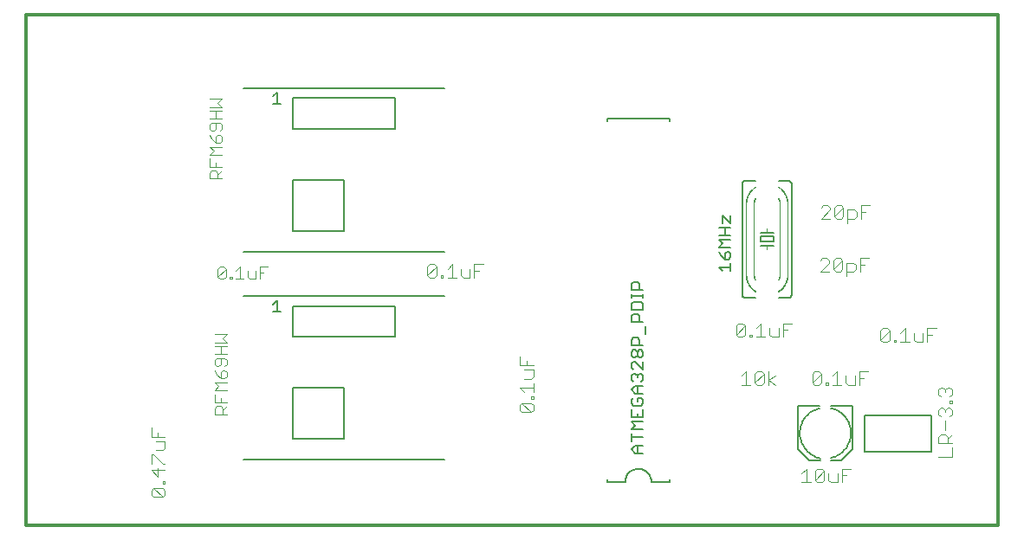
<source format=gto>
G75*
%MOIN*%
%OFA0B0*%
%FSLAX24Y24*%
%IPPOS*%
%LPD*%
%AMOC8*
5,1,8,0,0,1.08239X$1,22.5*
%
%ADD10C,0.0120*%
%ADD11C,0.0080*%
%ADD12C,0.0050*%
%ADD13C,0.0060*%
%ADD14C,0.0040*%
%ADD15C,0.0002*%
%ADD16C,0.0020*%
D10*
X000160Y000160D02*
X037562Y000160D01*
X037562Y019845D01*
X000160Y019845D01*
X000160Y000160D01*
D11*
X008517Y002712D02*
X016273Y002712D01*
X012395Y003500D02*
X012395Y005468D01*
X010426Y005468D01*
X010426Y003500D01*
X012395Y003500D01*
X010426Y007437D02*
X014363Y007437D01*
X014363Y008618D01*
X010426Y008618D01*
X010426Y007437D01*
X008517Y009011D02*
X016273Y009011D01*
X016272Y010721D02*
X008516Y010721D01*
X010425Y011508D02*
X012394Y011508D01*
X012394Y013477D01*
X010425Y013477D01*
X010425Y011508D01*
X010425Y015445D02*
X014362Y015445D01*
X014362Y016626D01*
X010425Y016626D01*
X010425Y015445D01*
X008516Y017020D02*
X016272Y017020D01*
X022520Y015849D02*
X022520Y015749D01*
X022520Y015849D02*
X024920Y015849D01*
X024920Y015749D01*
X029873Y004757D02*
X030700Y004757D01*
X031133Y004757D02*
X031960Y004757D01*
X031960Y003103D01*
X031526Y002670D01*
X031133Y002670D01*
X030719Y002670D02*
X030306Y002670D01*
X029873Y003103D01*
X029873Y004757D01*
X031133Y004678D02*
X031192Y004663D01*
X031249Y004645D01*
X031306Y004623D01*
X031361Y004598D01*
X031414Y004569D01*
X031466Y004537D01*
X031515Y004502D01*
X031562Y004464D01*
X031607Y004423D01*
X031649Y004379D01*
X031688Y004333D01*
X031724Y004285D01*
X031758Y004234D01*
X031788Y004181D01*
X031814Y004127D01*
X031838Y004071D01*
X031857Y004014D01*
X031873Y003955D01*
X031886Y003896D01*
X031895Y003836D01*
X031900Y003776D01*
X031901Y003715D01*
X031898Y003654D01*
X031892Y003594D01*
X031882Y003534D01*
X031868Y003475D01*
X031851Y003417D01*
X031830Y003360D01*
X031806Y003305D01*
X031778Y003251D01*
X031747Y003199D01*
X031713Y003149D01*
X031675Y003101D01*
X031635Y003056D01*
X031592Y003013D01*
X031547Y002973D01*
X031499Y002936D01*
X031449Y002902D01*
X031397Y002871D01*
X031343Y002844D01*
X031287Y002819D01*
X031230Y002799D01*
X031172Y002782D01*
X031113Y002768D01*
X032413Y002995D02*
X034993Y002995D01*
X034993Y004395D01*
X032413Y004395D01*
X032413Y002995D01*
X030719Y002749D02*
X030659Y002764D01*
X030600Y002782D01*
X030542Y002805D01*
X030485Y002831D01*
X030431Y002860D01*
X030378Y002893D01*
X030327Y002929D01*
X030279Y002968D01*
X030233Y003010D01*
X030191Y003055D01*
X030150Y003102D01*
X030114Y003152D01*
X030080Y003204D01*
X030049Y003258D01*
X030022Y003314D01*
X029999Y003372D01*
X029979Y003431D01*
X029963Y003491D01*
X029951Y003551D01*
X029942Y003613D01*
X029938Y003675D01*
X029937Y003737D01*
X029940Y003799D01*
X029948Y003861D01*
X029959Y003922D01*
X029973Y003982D01*
X029992Y004041D01*
X030014Y004099D01*
X030040Y004156D01*
X030069Y004210D01*
X030102Y004263D01*
X030138Y004314D01*
X030177Y004362D01*
X030219Y004408D01*
X030264Y004451D01*
X030311Y004491D01*
X030361Y004528D01*
X030413Y004562D01*
X030467Y004592D01*
X030523Y004619D01*
X030581Y004643D01*
X030640Y004663D01*
X030700Y004679D01*
X024920Y001949D02*
X024920Y001849D01*
X024220Y001849D01*
X024218Y001893D01*
X024212Y001936D01*
X024203Y001978D01*
X024190Y002020D01*
X024173Y002060D01*
X024153Y002099D01*
X024130Y002136D01*
X024103Y002170D01*
X024074Y002203D01*
X024041Y002232D01*
X024007Y002259D01*
X023970Y002282D01*
X023931Y002302D01*
X023891Y002319D01*
X023849Y002332D01*
X023807Y002341D01*
X023764Y002347D01*
X023720Y002349D01*
X023676Y002347D01*
X023633Y002341D01*
X023591Y002332D01*
X023549Y002319D01*
X023509Y002302D01*
X023470Y002282D01*
X023433Y002259D01*
X023399Y002232D01*
X023366Y002203D01*
X023337Y002170D01*
X023310Y002136D01*
X023287Y002099D01*
X023267Y002060D01*
X023250Y002020D01*
X023237Y001978D01*
X023228Y001936D01*
X023222Y001893D01*
X023220Y001849D01*
X022520Y001849D01*
X022520Y001949D01*
D12*
X023604Y002944D02*
X023454Y003094D01*
X023604Y003245D01*
X023905Y003245D01*
X023679Y003245D02*
X023679Y002944D01*
X023604Y002944D02*
X023905Y002944D01*
X023905Y003555D02*
X023454Y003555D01*
X023454Y003405D02*
X023454Y003705D01*
X023454Y003865D02*
X023604Y004015D01*
X023454Y004165D01*
X023905Y004165D01*
X023905Y004325D02*
X023454Y004325D01*
X023454Y004626D01*
X023529Y004786D02*
X023830Y004786D01*
X023905Y004861D01*
X023905Y005011D01*
X023830Y005086D01*
X023679Y005086D01*
X023679Y004936D01*
X023529Y005086D02*
X023454Y005011D01*
X023454Y004861D01*
X023529Y004786D01*
X023679Y004476D02*
X023679Y004325D01*
X023905Y004325D02*
X023905Y004626D01*
X023905Y005246D02*
X023604Y005246D01*
X023454Y005396D01*
X023604Y005547D01*
X023905Y005547D01*
X023830Y005707D02*
X023905Y005782D01*
X023905Y005932D01*
X023830Y006007D01*
X023754Y006007D01*
X023679Y005932D01*
X023679Y005857D01*
X023679Y005932D02*
X023604Y006007D01*
X023529Y006007D01*
X023454Y005932D01*
X023454Y005782D01*
X023529Y005707D01*
X023679Y005547D02*
X023679Y005246D01*
X023529Y006167D02*
X023454Y006242D01*
X023454Y006392D01*
X023529Y006467D01*
X023604Y006467D01*
X023905Y006167D01*
X023905Y006467D01*
X023830Y006627D02*
X023754Y006627D01*
X023679Y006702D01*
X023679Y006853D01*
X023754Y006928D01*
X023830Y006928D01*
X023905Y006853D01*
X023905Y006702D01*
X023830Y006627D01*
X023679Y006702D02*
X023604Y006627D01*
X023529Y006627D01*
X023454Y006702D01*
X023454Y006853D01*
X023529Y006928D01*
X023604Y006928D01*
X023679Y006853D01*
X023754Y007088D02*
X023754Y007313D01*
X023679Y007388D01*
X023529Y007388D01*
X023454Y007313D01*
X023454Y007088D01*
X023905Y007088D01*
X023980Y007548D02*
X023980Y007848D01*
X023905Y008009D02*
X023454Y008009D01*
X023454Y008234D01*
X023529Y008309D01*
X023679Y008309D01*
X023754Y008234D01*
X023754Y008009D01*
X023905Y008469D02*
X023454Y008469D01*
X023454Y008694D01*
X023529Y008769D01*
X023830Y008769D01*
X023905Y008694D01*
X023905Y008469D01*
X023905Y008929D02*
X023905Y009080D01*
X023905Y009004D02*
X023454Y009004D01*
X023454Y008929D02*
X023454Y009080D01*
X023454Y009236D02*
X023454Y009462D01*
X023529Y009537D01*
X023679Y009537D01*
X023754Y009462D01*
X023754Y009236D01*
X023905Y009236D02*
X023454Y009236D01*
X026824Y010106D02*
X026974Y009956D01*
X026824Y010106D02*
X027275Y010106D01*
X027275Y009956D02*
X027275Y010256D01*
X027200Y010416D02*
X027049Y010416D01*
X027049Y010641D01*
X027125Y010716D01*
X027200Y010716D01*
X027275Y010641D01*
X027275Y010491D01*
X027200Y010416D01*
X027049Y010416D02*
X026899Y010566D01*
X026824Y010716D01*
X026824Y010876D02*
X026974Y011027D01*
X026824Y011177D01*
X027275Y011177D01*
X027275Y011337D02*
X026824Y011337D01*
X027049Y011337D02*
X027049Y011637D01*
X026974Y011797D02*
X026974Y012097D01*
X027275Y011797D01*
X027275Y012097D01*
X027275Y011637D02*
X026824Y011637D01*
X026824Y010876D02*
X027275Y010876D01*
X023905Y003865D02*
X023454Y003865D01*
D13*
X027813Y008944D02*
X028213Y008944D01*
X027813Y008944D02*
X027796Y008946D01*
X027779Y008950D01*
X027763Y008957D01*
X027749Y008967D01*
X027736Y008980D01*
X027726Y008994D01*
X027719Y009010D01*
X027715Y009027D01*
X027713Y009044D01*
X027713Y013344D01*
X027715Y013361D01*
X027719Y013378D01*
X027726Y013394D01*
X027736Y013408D01*
X027749Y013421D01*
X027763Y013431D01*
X027779Y013438D01*
X027796Y013442D01*
X027813Y013444D01*
X028213Y013444D01*
X029113Y013444D02*
X029513Y013444D01*
X029530Y013442D01*
X029547Y013438D01*
X029563Y013431D01*
X029577Y013421D01*
X029590Y013408D01*
X029600Y013394D01*
X029607Y013378D01*
X029611Y013361D01*
X029613Y013344D01*
X029613Y009044D01*
X029611Y009027D01*
X029607Y009010D01*
X029600Y008994D01*
X029590Y008980D01*
X029577Y008967D01*
X029563Y008957D01*
X029547Y008950D01*
X029530Y008946D01*
X029513Y008944D01*
X029113Y008944D01*
X028913Y010944D02*
X028663Y010944D01*
X028413Y010944D01*
X028413Y011094D02*
X028913Y011094D01*
X028913Y011294D01*
X028413Y011294D01*
X028413Y011094D01*
X028413Y011444D02*
X028663Y011444D01*
X028913Y011444D01*
X009968Y008392D02*
X009675Y008392D01*
X009822Y008392D02*
X009822Y008832D01*
X009675Y008685D01*
X009674Y016400D02*
X009967Y016400D01*
X009820Y016400D02*
X009820Y016841D01*
X009674Y016694D01*
D14*
X007689Y016591D02*
X007229Y016591D01*
X007229Y016284D02*
X007689Y016284D01*
X007536Y016437D01*
X007689Y016591D01*
X007689Y016131D02*
X007229Y016131D01*
X007459Y016131D02*
X007459Y015824D01*
X007459Y015670D02*
X007459Y015440D01*
X007383Y015363D01*
X007306Y015363D01*
X007229Y015440D01*
X007229Y015593D01*
X007306Y015670D01*
X007613Y015670D01*
X007689Y015593D01*
X007689Y015440D01*
X007613Y015363D01*
X007613Y015210D02*
X007536Y015210D01*
X007459Y015133D01*
X007459Y014903D01*
X007613Y014903D01*
X007689Y014980D01*
X007689Y015133D01*
X007613Y015210D01*
X007306Y015056D02*
X007459Y014903D01*
X007306Y015056D02*
X007229Y015210D01*
X007229Y014749D02*
X007689Y014749D01*
X007689Y014442D02*
X007229Y014442D01*
X007383Y014596D01*
X007229Y014749D01*
X007229Y014289D02*
X007229Y013982D01*
X007689Y013982D01*
X007689Y013829D02*
X007536Y013675D01*
X007536Y013752D02*
X007536Y013522D01*
X007689Y013522D02*
X007229Y013522D01*
X007229Y013752D01*
X007306Y013829D01*
X007459Y013829D01*
X007536Y013752D01*
X007459Y013982D02*
X007459Y014136D01*
X007689Y015824D02*
X007229Y015824D01*
X015605Y010138D02*
X015692Y010225D01*
X015865Y010225D01*
X015952Y010138D01*
X015605Y009791D01*
X015692Y009704D01*
X015865Y009704D01*
X015952Y009791D01*
X015952Y010138D01*
X015605Y010138D02*
X015605Y009791D01*
X016121Y009791D02*
X016208Y009791D01*
X016208Y009704D01*
X016121Y009704D01*
X016121Y009791D01*
X016379Y009704D02*
X016726Y009704D01*
X016552Y009704D02*
X016552Y010225D01*
X016379Y010051D01*
X016894Y010051D02*
X016894Y009791D01*
X016981Y009704D01*
X017241Y009704D01*
X017241Y010051D01*
X017410Y009965D02*
X017583Y009965D01*
X017410Y010225D02*
X017410Y009704D01*
X017410Y010225D02*
X017757Y010225D01*
X019158Y006679D02*
X019158Y006332D01*
X019679Y006332D01*
X019679Y006164D02*
X019332Y006164D01*
X019419Y006332D02*
X019419Y006506D01*
X019679Y006164D02*
X019679Y005904D01*
X019592Y005817D01*
X019332Y005817D01*
X019679Y005648D02*
X019679Y005301D01*
X019679Y005130D02*
X019592Y005130D01*
X019592Y005043D01*
X019679Y005043D01*
X019679Y005130D01*
X019592Y004875D02*
X019679Y004788D01*
X019679Y004614D01*
X019592Y004528D01*
X019245Y004875D01*
X019592Y004875D01*
X019245Y004875D02*
X019158Y004788D01*
X019158Y004614D01*
X019245Y004528D01*
X019592Y004528D01*
X019332Y005301D02*
X019158Y005475D01*
X019679Y005475D01*
X027482Y007516D02*
X027829Y007863D01*
X027829Y007516D01*
X027743Y007429D01*
X027569Y007429D01*
X027482Y007516D01*
X027482Y007863D01*
X027569Y007950D01*
X027743Y007950D01*
X027829Y007863D01*
X028256Y007776D02*
X028429Y007950D01*
X028429Y007429D01*
X028256Y007429D02*
X028603Y007429D01*
X028771Y007516D02*
X028771Y007776D01*
X028771Y007516D02*
X028858Y007429D01*
X029118Y007429D01*
X029118Y007776D01*
X029287Y007689D02*
X029461Y007689D01*
X029287Y007429D02*
X029287Y007950D01*
X029634Y007950D01*
X028085Y007516D02*
X028085Y007429D01*
X027998Y007429D01*
X027998Y007516D01*
X028085Y007516D01*
X028297Y006104D02*
X028210Y006017D01*
X028210Y005671D01*
X028557Y006017D01*
X028557Y005671D01*
X028471Y005584D01*
X028297Y005584D01*
X028210Y005671D01*
X028042Y005584D02*
X027695Y005584D01*
X027868Y005584D02*
X027868Y006104D01*
X027695Y005931D01*
X028297Y006104D02*
X028471Y006104D01*
X028557Y006017D01*
X028726Y006104D02*
X028726Y005584D01*
X028726Y005757D02*
X028986Y005584D01*
X028726Y005757D02*
X028986Y005931D01*
X030417Y006011D02*
X030417Y005664D01*
X030764Y006011D01*
X030764Y005664D01*
X030677Y005577D01*
X030504Y005577D01*
X030417Y005664D01*
X030417Y006011D02*
X030504Y006097D01*
X030677Y006097D01*
X030764Y006011D01*
X031191Y005924D02*
X031364Y006097D01*
X031364Y005577D01*
X031191Y005577D02*
X031538Y005577D01*
X031706Y005664D02*
X031793Y005577D01*
X032053Y005577D01*
X032053Y005924D01*
X032222Y005837D02*
X032395Y005837D01*
X032222Y005577D02*
X032222Y006097D01*
X032569Y006097D01*
X031706Y005924D02*
X031706Y005664D01*
X031020Y005664D02*
X031020Y005577D01*
X030933Y005577D01*
X030933Y005664D01*
X031020Y005664D01*
X033038Y007321D02*
X033385Y007668D01*
X033385Y007321D01*
X033298Y007234D01*
X033124Y007234D01*
X033038Y007321D01*
X033038Y007668D01*
X033124Y007755D01*
X033298Y007755D01*
X033385Y007668D01*
X033811Y007581D02*
X033985Y007755D01*
X033985Y007234D01*
X034158Y007234D02*
X033811Y007234D01*
X033640Y007234D02*
X033553Y007234D01*
X033553Y007321D01*
X033640Y007321D01*
X033640Y007234D01*
X034327Y007321D02*
X034413Y007234D01*
X034674Y007234D01*
X034674Y007581D01*
X034842Y007495D02*
X035016Y007495D01*
X034842Y007755D02*
X035189Y007755D01*
X034842Y007755D02*
X034842Y007234D01*
X034327Y007321D02*
X034327Y007581D01*
X035354Y005477D02*
X035441Y005477D01*
X035528Y005390D01*
X035614Y005477D01*
X035701Y005477D01*
X035788Y005390D01*
X035788Y005217D01*
X035701Y005130D01*
X035701Y004959D02*
X035788Y004959D01*
X035788Y004872D01*
X035701Y004872D01*
X035701Y004959D01*
X035701Y004703D02*
X035788Y004617D01*
X035788Y004443D01*
X035701Y004357D01*
X035528Y004188D02*
X035528Y003841D01*
X035528Y003672D02*
X035354Y003672D01*
X035267Y003585D01*
X035267Y003325D01*
X035788Y003325D01*
X035788Y003157D02*
X035788Y002810D01*
X035267Y002810D01*
X035614Y003325D02*
X035614Y003585D01*
X035528Y003672D01*
X035614Y003499D02*
X035788Y003672D01*
X035354Y004357D02*
X035267Y004443D01*
X035267Y004617D01*
X035354Y004703D01*
X035441Y004703D01*
X035528Y004617D01*
X035614Y004703D01*
X035701Y004703D01*
X035528Y004617D02*
X035528Y004530D01*
X035354Y005130D02*
X035267Y005217D01*
X035267Y005390D01*
X035354Y005477D01*
X035528Y005390D02*
X035528Y005303D01*
X031903Y002350D02*
X031556Y002350D01*
X031556Y001829D01*
X031387Y001829D02*
X031387Y002176D01*
X031556Y002090D02*
X031729Y002090D01*
X031387Y001829D02*
X031127Y001829D01*
X031040Y001916D01*
X031040Y002176D01*
X030872Y002263D02*
X030872Y001916D01*
X030785Y001829D01*
X030611Y001829D01*
X030525Y001916D01*
X030872Y002263D01*
X030785Y002350D01*
X030611Y002350D01*
X030525Y002263D01*
X030525Y001916D01*
X030356Y001829D02*
X030009Y001829D01*
X030182Y001829D02*
X030182Y002350D01*
X030009Y002176D01*
X031743Y009766D02*
X031743Y010287D01*
X032004Y010287D01*
X032090Y010200D01*
X032090Y010026D01*
X032004Y009940D01*
X031743Y009940D01*
X031575Y010026D02*
X031488Y009940D01*
X031315Y009940D01*
X031228Y010026D01*
X031575Y010373D01*
X031575Y010026D01*
X031228Y010026D02*
X031228Y010373D01*
X031315Y010460D01*
X031488Y010460D01*
X031575Y010373D01*
X031059Y010373D02*
X030972Y010460D01*
X030799Y010460D01*
X030712Y010373D01*
X031059Y010373D02*
X031059Y010287D01*
X030712Y009940D01*
X031059Y009940D01*
X032259Y009940D02*
X032259Y010460D01*
X032606Y010460D01*
X032433Y010200D02*
X032259Y010200D01*
X031777Y011812D02*
X031777Y012333D01*
X032037Y012333D01*
X032124Y012246D01*
X032124Y012073D01*
X032037Y011986D01*
X031777Y011986D01*
X031608Y012073D02*
X031521Y011986D01*
X031348Y011986D01*
X031261Y012073D01*
X031608Y012420D01*
X031608Y012073D01*
X031261Y012073D02*
X031261Y012420D01*
X031348Y012506D01*
X031521Y012506D01*
X031608Y012420D01*
X031093Y012420D02*
X031093Y012333D01*
X030746Y011986D01*
X031093Y011986D01*
X031093Y012420D02*
X031006Y012506D01*
X030832Y012506D01*
X030746Y012420D01*
X032293Y012506D02*
X032293Y011986D01*
X032293Y012246D02*
X032466Y012246D01*
X032293Y012506D02*
X032639Y012506D01*
X009463Y010126D02*
X009156Y010126D01*
X009156Y009665D01*
X009002Y009665D02*
X009002Y009972D01*
X009156Y009895D02*
X009309Y009895D01*
X009002Y009665D02*
X008772Y009665D01*
X008695Y009742D01*
X008695Y009972D01*
X008389Y010126D02*
X008389Y009665D01*
X008542Y009665D02*
X008235Y009665D01*
X008082Y009665D02*
X008005Y009665D01*
X008005Y009742D01*
X008082Y009742D01*
X008082Y009665D01*
X007851Y009742D02*
X007775Y009665D01*
X007621Y009665D01*
X007544Y009742D01*
X007851Y010049D01*
X007851Y009742D01*
X007544Y009742D02*
X007544Y010049D01*
X007621Y010126D01*
X007775Y010126D01*
X007851Y010049D01*
X008235Y009972D02*
X008389Y010126D01*
X007884Y007522D02*
X007424Y007522D01*
X007424Y007215D02*
X007884Y007215D01*
X007731Y007369D01*
X007884Y007522D01*
X007884Y007062D02*
X007424Y007062D01*
X007654Y007062D02*
X007654Y006755D01*
X007654Y006601D02*
X007654Y006371D01*
X007577Y006294D01*
X007500Y006294D01*
X007424Y006371D01*
X007424Y006525D01*
X007500Y006601D01*
X007807Y006601D01*
X007884Y006525D01*
X007884Y006371D01*
X007807Y006294D01*
X007807Y006141D02*
X007731Y006141D01*
X007654Y006064D01*
X007654Y005834D01*
X007807Y005834D01*
X007884Y005911D01*
X007884Y006064D01*
X007807Y006141D01*
X007500Y005987D02*
X007654Y005834D01*
X007500Y005987D02*
X007424Y006141D01*
X007424Y005680D02*
X007884Y005680D01*
X007577Y005527D02*
X007424Y005680D01*
X007577Y005527D02*
X007424Y005374D01*
X007884Y005374D01*
X007654Y005067D02*
X007654Y004913D01*
X007654Y004760D02*
X007500Y004760D01*
X007424Y004683D01*
X007424Y004453D01*
X007884Y004453D01*
X007731Y004453D02*
X007731Y004683D01*
X007654Y004760D01*
X007731Y004606D02*
X007884Y004760D01*
X007884Y004913D02*
X007424Y004913D01*
X007424Y005220D01*
X007424Y006755D02*
X007884Y006755D01*
X004985Y003924D02*
X004985Y003577D01*
X005506Y003577D01*
X005506Y003408D02*
X005159Y003408D01*
X005245Y003577D02*
X005245Y003750D01*
X005506Y003408D02*
X005506Y003148D01*
X005419Y003061D01*
X005159Y003061D01*
X005072Y002892D02*
X005419Y002545D01*
X005506Y002545D01*
X005506Y002290D02*
X004985Y002290D01*
X005245Y002030D01*
X005245Y002377D01*
X004985Y002545D02*
X004985Y002892D01*
X005072Y002892D01*
X005419Y001859D02*
X005506Y001859D01*
X005506Y001772D01*
X005419Y001772D01*
X005419Y001859D01*
X005419Y001603D02*
X005072Y001603D01*
X005419Y001256D01*
X005506Y001343D01*
X005506Y001516D01*
X005419Y001603D01*
X005072Y001603D02*
X004985Y001516D01*
X004985Y001343D01*
X005072Y001256D01*
X005419Y001256D01*
D15*
X029118Y009176D02*
X029108Y009191D01*
X029109Y009191D02*
X029153Y009223D01*
X029195Y009258D01*
X029234Y009297D01*
X029271Y009338D01*
X029304Y009381D01*
X029335Y009426D01*
X029362Y009474D01*
X029386Y009523D01*
X029407Y009574D01*
X029423Y009626D01*
X029437Y009680D01*
X029446Y009734D01*
X029452Y009788D01*
X029454Y009843D01*
X029471Y009844D01*
X029472Y009843D01*
X029470Y009787D01*
X029464Y009731D01*
X029454Y009676D01*
X029441Y009621D01*
X029424Y009568D01*
X029403Y009516D01*
X029378Y009466D01*
X029350Y009417D01*
X029319Y009370D01*
X029284Y009326D01*
X029247Y009284D01*
X029207Y009245D01*
X029164Y009209D01*
X029119Y009176D01*
X029118Y009177D01*
X029163Y009210D01*
X029206Y009246D01*
X029246Y009285D01*
X029284Y009327D01*
X029318Y009371D01*
X029349Y009418D01*
X029377Y009466D01*
X029402Y009517D01*
X029423Y009568D01*
X029440Y009622D01*
X029453Y009676D01*
X029463Y009731D01*
X029469Y009787D01*
X029471Y009843D01*
X029470Y009843D01*
X029468Y009787D01*
X029462Y009731D01*
X029452Y009676D01*
X029439Y009622D01*
X029422Y009569D01*
X029401Y009517D01*
X029376Y009467D01*
X029348Y009418D01*
X029317Y009372D01*
X029283Y009327D01*
X029246Y009286D01*
X029206Y009247D01*
X029163Y009210D01*
X029118Y009177D01*
X029117Y009178D01*
X029162Y009211D01*
X029205Y009247D01*
X029245Y009286D01*
X029282Y009328D01*
X029316Y009372D01*
X029348Y009419D01*
X029375Y009467D01*
X029400Y009517D01*
X029421Y009569D01*
X029438Y009622D01*
X029451Y009677D01*
X029461Y009732D01*
X029467Y009787D01*
X029469Y009843D01*
X029468Y009843D01*
X029466Y009787D01*
X029460Y009732D01*
X029450Y009677D01*
X029437Y009623D01*
X029420Y009569D01*
X029399Y009518D01*
X029375Y009468D01*
X029347Y009419D01*
X029316Y009373D01*
X029281Y009329D01*
X029244Y009287D01*
X029204Y009248D01*
X029162Y009212D01*
X029117Y009179D01*
X029116Y009180D01*
X029161Y009213D01*
X029204Y009249D01*
X029243Y009288D01*
X029281Y009329D01*
X029315Y009373D01*
X029346Y009420D01*
X029374Y009468D01*
X029398Y009518D01*
X029419Y009570D01*
X029436Y009623D01*
X029449Y009677D01*
X029459Y009732D01*
X029465Y009787D01*
X029467Y009843D01*
X029466Y009843D01*
X029464Y009787D01*
X029458Y009732D01*
X029448Y009677D01*
X029435Y009623D01*
X029418Y009570D01*
X029397Y009519D01*
X029373Y009468D01*
X029345Y009420D01*
X029314Y009374D01*
X029280Y009330D01*
X029243Y009288D01*
X029203Y009250D01*
X029160Y009214D01*
X029116Y009181D01*
X029115Y009181D01*
X029160Y009214D01*
X029202Y009250D01*
X029242Y009289D01*
X029279Y009331D01*
X029313Y009375D01*
X029344Y009421D01*
X029372Y009469D01*
X029396Y009519D01*
X029417Y009571D01*
X029434Y009623D01*
X029448Y009677D01*
X029457Y009732D01*
X029463Y009787D01*
X029465Y009843D01*
X029464Y009843D01*
X029462Y009788D01*
X029456Y009732D01*
X029447Y009678D01*
X029433Y009624D01*
X029416Y009571D01*
X029395Y009519D01*
X029371Y009469D01*
X029343Y009421D01*
X029312Y009375D01*
X029278Y009331D01*
X029241Y009290D01*
X029202Y009251D01*
X029159Y009215D01*
X029114Y009182D01*
X029114Y009183D01*
X029159Y009216D01*
X029201Y009252D01*
X029241Y009290D01*
X029278Y009332D01*
X029312Y009376D01*
X029342Y009422D01*
X029370Y009470D01*
X029394Y009520D01*
X029415Y009571D01*
X029432Y009624D01*
X029446Y009678D01*
X029455Y009732D01*
X029461Y009788D01*
X029463Y009843D01*
X029462Y009843D01*
X029460Y009788D01*
X029454Y009733D01*
X029445Y009678D01*
X029431Y009624D01*
X029414Y009572D01*
X029393Y009520D01*
X029369Y009470D01*
X029342Y009422D01*
X029311Y009376D01*
X029277Y009332D01*
X029240Y009291D01*
X029200Y009253D01*
X029158Y009217D01*
X029113Y009184D01*
X029113Y009185D01*
X029157Y009218D01*
X029200Y009253D01*
X029239Y009292D01*
X029276Y009333D01*
X029310Y009377D01*
X029341Y009423D01*
X029368Y009471D01*
X029393Y009521D01*
X029413Y009572D01*
X029430Y009625D01*
X029444Y009678D01*
X029453Y009733D01*
X029459Y009788D01*
X029461Y009843D01*
X029460Y009843D01*
X029458Y009788D01*
X029452Y009733D01*
X029443Y009678D01*
X029429Y009625D01*
X029412Y009572D01*
X029392Y009521D01*
X029367Y009471D01*
X029340Y009423D01*
X029309Y009377D01*
X029275Y009334D01*
X029238Y009293D01*
X029199Y009254D01*
X029157Y009218D01*
X029112Y009186D01*
X029156Y009219D01*
X029198Y009255D01*
X029238Y009293D01*
X029275Y009334D01*
X029308Y009378D01*
X029339Y009424D01*
X029367Y009472D01*
X029391Y009521D01*
X029411Y009573D01*
X029428Y009625D01*
X029442Y009679D01*
X029451Y009733D01*
X029457Y009788D01*
X029459Y009843D01*
X029458Y009843D01*
X029456Y009788D01*
X029450Y009733D01*
X029441Y009679D01*
X029427Y009625D01*
X029410Y009573D01*
X029390Y009522D01*
X029366Y009472D01*
X029338Y009424D01*
X029308Y009379D01*
X029274Y009335D01*
X029237Y009294D01*
X029198Y009256D01*
X029155Y009220D01*
X029111Y009187D01*
X029110Y009188D01*
X029155Y009221D01*
X029197Y009256D01*
X029236Y009295D01*
X029273Y009336D01*
X029307Y009379D01*
X029337Y009425D01*
X029365Y009473D01*
X029389Y009522D01*
X029409Y009573D01*
X029426Y009626D01*
X029440Y009679D01*
X029449Y009733D01*
X029455Y009788D01*
X029457Y009843D01*
X029456Y009843D01*
X029454Y009788D01*
X029448Y009733D01*
X029439Y009679D01*
X029425Y009626D01*
X029408Y009574D01*
X029388Y009523D01*
X029364Y009473D01*
X029337Y009425D01*
X029306Y009380D01*
X029272Y009336D01*
X029236Y009295D01*
X029196Y009257D01*
X029154Y009221D01*
X029110Y009189D01*
X029109Y009190D01*
X029154Y009222D01*
X029195Y009258D01*
X029235Y009296D01*
X029271Y009337D01*
X029305Y009380D01*
X029336Y009426D01*
X029363Y009474D01*
X029387Y009523D01*
X029408Y009574D01*
X029424Y009626D01*
X029438Y009679D01*
X029447Y009734D01*
X029453Y009788D01*
X029455Y009843D01*
X027855Y009843D02*
X027873Y009843D01*
X027872Y009843D02*
X027874Y009788D01*
X027880Y009734D01*
X027889Y009680D01*
X027903Y009626D01*
X027919Y009574D01*
X027940Y009523D01*
X027964Y009474D01*
X027991Y009426D01*
X028022Y009381D01*
X028055Y009338D01*
X028092Y009297D01*
X028131Y009258D01*
X028173Y009223D01*
X028217Y009191D01*
X028208Y009176D01*
X028207Y009176D01*
X028162Y009209D01*
X028119Y009245D01*
X028079Y009284D01*
X028042Y009326D01*
X028007Y009370D01*
X027976Y009417D01*
X027948Y009466D01*
X027923Y009516D01*
X027903Y009568D01*
X027885Y009621D01*
X027872Y009676D01*
X027862Y009731D01*
X027856Y009787D01*
X027854Y009843D01*
X027855Y009843D01*
X027857Y009787D01*
X027863Y009731D01*
X027873Y009676D01*
X027886Y009622D01*
X027903Y009568D01*
X027924Y009516D01*
X027949Y009466D01*
X027977Y009417D01*
X028008Y009371D01*
X028042Y009327D01*
X028080Y009285D01*
X028120Y009246D01*
X028163Y009210D01*
X028208Y009176D01*
X028208Y009177D01*
X028163Y009210D01*
X028120Y009247D01*
X028080Y009286D01*
X028043Y009327D01*
X028009Y009372D01*
X027978Y009418D01*
X027950Y009467D01*
X027925Y009517D01*
X027904Y009569D01*
X027887Y009622D01*
X027874Y009676D01*
X027864Y009731D01*
X027858Y009787D01*
X027856Y009843D01*
X027857Y009843D01*
X027859Y009787D01*
X027865Y009732D01*
X027875Y009676D01*
X027888Y009622D01*
X027905Y009569D01*
X027926Y009517D01*
X027951Y009467D01*
X027978Y009419D01*
X028010Y009372D01*
X028044Y009328D01*
X028081Y009286D01*
X028121Y009247D01*
X028164Y009211D01*
X028209Y009178D01*
X028209Y009179D01*
X028164Y009212D01*
X028122Y009248D01*
X028082Y009287D01*
X028045Y009329D01*
X028010Y009373D01*
X027979Y009419D01*
X027951Y009467D01*
X027927Y009518D01*
X027906Y009569D01*
X027889Y009623D01*
X027876Y009677D01*
X027866Y009732D01*
X027860Y009787D01*
X027858Y009843D01*
X027859Y009843D01*
X027861Y009787D01*
X027867Y009732D01*
X027877Y009677D01*
X027890Y009623D01*
X027907Y009570D01*
X027928Y009518D01*
X027952Y009468D01*
X027980Y009420D01*
X028011Y009373D01*
X028045Y009329D01*
X028083Y009288D01*
X028122Y009249D01*
X028165Y009213D01*
X028210Y009180D01*
X028211Y009181D01*
X028166Y009214D01*
X028123Y009250D01*
X028083Y009288D01*
X028046Y009330D01*
X028012Y009374D01*
X027981Y009420D01*
X027953Y009468D01*
X027929Y009518D01*
X027908Y009570D01*
X027891Y009623D01*
X027878Y009677D01*
X027868Y009732D01*
X027862Y009787D01*
X027860Y009843D01*
X027861Y009843D01*
X027863Y009787D01*
X027869Y009732D01*
X027879Y009677D01*
X027892Y009623D01*
X027909Y009570D01*
X027930Y009519D01*
X027954Y009469D01*
X027982Y009421D01*
X028013Y009374D01*
X028047Y009331D01*
X028084Y009289D01*
X028124Y009250D01*
X028166Y009214D01*
X028211Y009181D01*
X028212Y009182D01*
X028167Y009215D01*
X028124Y009251D01*
X028085Y009290D01*
X028048Y009331D01*
X028014Y009375D01*
X027983Y009421D01*
X027955Y009469D01*
X027931Y009519D01*
X027910Y009571D01*
X027893Y009624D01*
X027879Y009678D01*
X027870Y009732D01*
X027864Y009787D01*
X027862Y009843D01*
X027863Y009843D01*
X027865Y009788D01*
X027871Y009732D01*
X027880Y009678D01*
X027894Y009624D01*
X027911Y009571D01*
X027932Y009520D01*
X027956Y009470D01*
X027984Y009422D01*
X028014Y009376D01*
X028048Y009332D01*
X028085Y009290D01*
X028125Y009252D01*
X028168Y009216D01*
X028212Y009183D01*
X028213Y009184D01*
X028168Y009217D01*
X028126Y009253D01*
X028086Y009291D01*
X028049Y009332D01*
X028015Y009376D01*
X027984Y009422D01*
X027957Y009470D01*
X027933Y009520D01*
X027912Y009571D01*
X027895Y009624D01*
X027881Y009678D01*
X027872Y009732D01*
X027866Y009788D01*
X027864Y009843D01*
X027865Y009843D01*
X027867Y009788D01*
X027873Y009733D01*
X027882Y009678D01*
X027896Y009624D01*
X027913Y009572D01*
X027934Y009520D01*
X027958Y009471D01*
X027985Y009423D01*
X028016Y009377D01*
X028050Y009333D01*
X028087Y009292D01*
X028127Y009253D01*
X028169Y009217D01*
X028213Y009185D01*
X028214Y009186D01*
X028169Y009218D01*
X028127Y009254D01*
X028088Y009293D01*
X028051Y009334D01*
X028017Y009377D01*
X027986Y009423D01*
X027959Y009471D01*
X027934Y009521D01*
X027914Y009572D01*
X027897Y009625D01*
X027883Y009678D01*
X027874Y009733D01*
X027868Y009788D01*
X027866Y009843D01*
X027867Y009843D01*
X027869Y009788D01*
X027875Y009733D01*
X027884Y009679D01*
X027898Y009625D01*
X027915Y009573D01*
X027935Y009521D01*
X027959Y009472D01*
X027987Y009424D01*
X028018Y009378D01*
X028052Y009334D01*
X028088Y009293D01*
X028128Y009255D01*
X028170Y009219D01*
X028214Y009186D01*
X028215Y009187D01*
X028171Y009220D01*
X028129Y009255D01*
X028089Y009294D01*
X028052Y009335D01*
X028018Y009379D01*
X027988Y009424D01*
X027960Y009472D01*
X027936Y009522D01*
X027916Y009573D01*
X027899Y009625D01*
X027885Y009679D01*
X027876Y009733D01*
X027870Y009788D01*
X027868Y009843D01*
X027869Y009843D01*
X027871Y009788D01*
X027877Y009733D01*
X027886Y009679D01*
X027900Y009626D01*
X027917Y009573D01*
X027937Y009522D01*
X027961Y009473D01*
X027989Y009425D01*
X028019Y009379D01*
X028053Y009336D01*
X028090Y009295D01*
X028129Y009256D01*
X028171Y009221D01*
X028216Y009188D01*
X028216Y009189D01*
X028172Y009221D01*
X028130Y009257D01*
X028090Y009295D01*
X028054Y009336D01*
X028020Y009380D01*
X027989Y009425D01*
X027962Y009473D01*
X027938Y009523D01*
X027918Y009574D01*
X027901Y009626D01*
X027887Y009679D01*
X027878Y009733D01*
X027872Y009788D01*
X027870Y009843D01*
X027871Y009843D01*
X027873Y009788D01*
X027879Y009733D01*
X027888Y009679D01*
X027902Y009626D01*
X027918Y009574D01*
X027939Y009523D01*
X027963Y009474D01*
X027990Y009426D01*
X028021Y009380D01*
X028055Y009337D01*
X028091Y009296D01*
X028131Y009258D01*
X028172Y009222D01*
X028217Y009190D01*
X029121Y009624D02*
X029105Y009631D01*
X029123Y009671D01*
X029136Y009713D01*
X029146Y009756D01*
X029152Y009799D01*
X029154Y009843D01*
X029171Y009844D01*
X029172Y009843D01*
X029171Y009805D01*
X029166Y009767D01*
X029159Y009730D01*
X029149Y009694D01*
X029137Y009658D01*
X029122Y009623D01*
X029121Y009623D01*
X029136Y009658D01*
X029148Y009694D01*
X029158Y009730D01*
X029165Y009768D01*
X029170Y009805D01*
X029171Y009843D01*
X029170Y009843D01*
X029169Y009805D01*
X029164Y009768D01*
X029157Y009731D01*
X029147Y009694D01*
X029135Y009659D01*
X029120Y009624D01*
X029119Y009624D01*
X029134Y009659D01*
X029146Y009694D01*
X029156Y009731D01*
X029163Y009768D01*
X029168Y009805D01*
X029169Y009843D01*
X029168Y009843D01*
X029167Y009805D01*
X029162Y009768D01*
X029155Y009731D01*
X029145Y009695D01*
X029133Y009659D01*
X029118Y009625D01*
X029117Y009625D01*
X029132Y009660D01*
X029144Y009695D01*
X029154Y009731D01*
X029161Y009768D01*
X029166Y009805D01*
X029167Y009843D01*
X029166Y009843D01*
X029165Y009806D01*
X029160Y009768D01*
X029153Y009732D01*
X029144Y009695D01*
X029131Y009660D01*
X029116Y009626D01*
X029115Y009626D01*
X029130Y009660D01*
X029143Y009696D01*
X029152Y009732D01*
X029159Y009768D01*
X029164Y009806D01*
X029165Y009843D01*
X029164Y009843D01*
X029163Y009806D01*
X029158Y009769D01*
X029151Y009732D01*
X029142Y009696D01*
X029129Y009661D01*
X029114Y009627D01*
X029113Y009627D01*
X029128Y009661D01*
X029141Y009696D01*
X029150Y009732D01*
X029157Y009769D01*
X029162Y009806D01*
X029163Y009843D01*
X029162Y009843D01*
X029161Y009806D01*
X029156Y009769D01*
X029149Y009732D01*
X029140Y009697D01*
X029127Y009661D01*
X029113Y009627D01*
X029112Y009628D01*
X029126Y009662D01*
X029139Y009697D01*
X029148Y009733D01*
X029155Y009769D01*
X029160Y009806D01*
X029161Y009843D01*
X029160Y009843D01*
X029159Y009806D01*
X029154Y009769D01*
X029147Y009733D01*
X029138Y009697D01*
X029126Y009662D01*
X029111Y009628D01*
X029110Y009629D01*
X029127Y009669D01*
X029141Y009712D01*
X029151Y009755D01*
X029157Y009799D01*
X029159Y009843D01*
X029158Y009843D01*
X029156Y009799D01*
X029150Y009755D01*
X029140Y009712D01*
X029126Y009670D01*
X029109Y009629D01*
X029108Y009630D01*
X029125Y009670D01*
X029139Y009712D01*
X029149Y009755D01*
X029155Y009799D01*
X029157Y009843D01*
X029156Y009843D01*
X029154Y009799D01*
X029148Y009755D01*
X029138Y009712D01*
X029124Y009671D01*
X029107Y009630D01*
X029106Y009630D01*
X029124Y009671D01*
X029137Y009713D01*
X029147Y009756D01*
X029153Y009799D01*
X029155Y009843D01*
X028155Y009844D02*
X028173Y009844D01*
X028172Y009843D02*
X028174Y009799D01*
X028180Y009756D01*
X028190Y009713D01*
X028203Y009671D01*
X028221Y009631D01*
X028205Y009624D01*
X028204Y009623D01*
X028189Y009658D01*
X028177Y009694D01*
X028167Y009730D01*
X028160Y009767D01*
X028155Y009805D01*
X028154Y009843D01*
X028155Y009843D01*
X028156Y009805D01*
X028161Y009768D01*
X028168Y009730D01*
X028178Y009694D01*
X028190Y009658D01*
X028205Y009623D01*
X028206Y009624D01*
X028191Y009659D01*
X028179Y009694D01*
X028169Y009731D01*
X028162Y009768D01*
X028157Y009805D01*
X028156Y009843D01*
X028157Y009843D01*
X028158Y009805D01*
X028163Y009768D01*
X028170Y009731D01*
X028180Y009694D01*
X028192Y009659D01*
X028207Y009624D01*
X028208Y009625D01*
X028193Y009659D01*
X028181Y009695D01*
X028171Y009731D01*
X028164Y009768D01*
X028159Y009805D01*
X028158Y009843D01*
X028159Y009843D01*
X028160Y009805D01*
X028165Y009768D01*
X028172Y009731D01*
X028182Y009695D01*
X028194Y009660D01*
X028209Y009625D01*
X028210Y009626D01*
X028195Y009660D01*
X028182Y009695D01*
X028173Y009732D01*
X028166Y009768D01*
X028161Y009806D01*
X028160Y009843D01*
X028161Y009843D01*
X028162Y009806D01*
X028167Y009768D01*
X028174Y009732D01*
X028183Y009696D01*
X028196Y009660D01*
X028211Y009626D01*
X028212Y009627D01*
X028197Y009661D01*
X028184Y009696D01*
X028175Y009732D01*
X028168Y009769D01*
X028163Y009806D01*
X028162Y009843D01*
X028163Y009843D01*
X028164Y009806D01*
X028169Y009769D01*
X028176Y009732D01*
X028185Y009696D01*
X028198Y009661D01*
X028213Y009627D01*
X028199Y009661D01*
X028186Y009697D01*
X028177Y009732D01*
X028170Y009769D01*
X028165Y009806D01*
X028164Y009843D01*
X028165Y009843D01*
X028166Y009806D01*
X028171Y009769D01*
X028178Y009733D01*
X028187Y009697D01*
X028200Y009662D01*
X028214Y009628D01*
X028215Y009628D01*
X028200Y009662D01*
X028188Y009697D01*
X028179Y009733D01*
X028172Y009769D01*
X028167Y009806D01*
X028166Y009843D01*
X028167Y009843D01*
X028169Y009799D01*
X028175Y009755D01*
X028185Y009712D01*
X028199Y009669D01*
X028216Y009629D01*
X028217Y009629D01*
X028200Y009670D01*
X028186Y009712D01*
X028176Y009755D01*
X028170Y009799D01*
X028168Y009843D01*
X028169Y009843D01*
X028171Y009799D01*
X028177Y009755D01*
X028187Y009712D01*
X028201Y009670D01*
X028218Y009630D01*
X028219Y009630D01*
X028202Y009671D01*
X028188Y009712D01*
X028178Y009755D01*
X028172Y009799D01*
X028170Y009843D01*
X028171Y009843D01*
X028173Y009799D01*
X028179Y009756D01*
X028189Y009713D01*
X028202Y009671D01*
X028220Y009630D01*
X029471Y012545D02*
X029453Y012545D01*
X029454Y012545D02*
X029452Y012600D01*
X029446Y012654D01*
X029437Y012708D01*
X029423Y012762D01*
X029407Y012814D01*
X029386Y012865D01*
X029362Y012914D01*
X029335Y012962D01*
X029304Y013007D01*
X029271Y013050D01*
X029234Y013091D01*
X029195Y013130D01*
X029153Y013165D01*
X029109Y013197D01*
X029118Y013212D01*
X029119Y013212D01*
X029164Y013179D01*
X029207Y013143D01*
X029247Y013104D01*
X029284Y013062D01*
X029319Y013018D01*
X029350Y012971D01*
X029378Y012922D01*
X029403Y012872D01*
X029423Y012820D01*
X029441Y012767D01*
X029454Y012712D01*
X029464Y012657D01*
X029470Y012601D01*
X029472Y012545D01*
X029471Y012545D01*
X029469Y012601D01*
X029463Y012657D01*
X029453Y012712D01*
X029440Y012766D01*
X029423Y012820D01*
X029402Y012872D01*
X029377Y012922D01*
X029349Y012971D01*
X029318Y013017D01*
X029284Y013061D01*
X029246Y013103D01*
X029206Y013142D01*
X029163Y013178D01*
X029118Y013212D01*
X029118Y013211D01*
X029163Y013178D01*
X029206Y013141D01*
X029246Y013102D01*
X029283Y013061D01*
X029317Y013016D01*
X029348Y012970D01*
X029376Y012921D01*
X029401Y012871D01*
X029422Y012819D01*
X029439Y012766D01*
X029452Y012712D01*
X029462Y012657D01*
X029468Y012601D01*
X029470Y012545D01*
X029469Y012545D01*
X029467Y012601D01*
X029461Y012656D01*
X029451Y012711D01*
X029438Y012766D01*
X029421Y012819D01*
X029400Y012871D01*
X029375Y012921D01*
X029348Y012969D01*
X029316Y013016D01*
X029282Y013060D01*
X029245Y013102D01*
X029205Y013141D01*
X029162Y013177D01*
X029117Y013210D01*
X029117Y013209D01*
X029162Y013176D01*
X029204Y013140D01*
X029244Y013101D01*
X029281Y013059D01*
X029316Y013015D01*
X029347Y012969D01*
X029375Y012921D01*
X029399Y012870D01*
X029420Y012819D01*
X029437Y012765D01*
X029450Y012711D01*
X029460Y012656D01*
X029466Y012601D01*
X029468Y012545D01*
X029467Y012545D01*
X029465Y012601D01*
X029459Y012656D01*
X029449Y012711D01*
X029436Y012765D01*
X029419Y012818D01*
X029398Y012870D01*
X029374Y012920D01*
X029346Y012968D01*
X029315Y013015D01*
X029281Y013059D01*
X029243Y013100D01*
X029204Y013139D01*
X029161Y013175D01*
X029116Y013208D01*
X029115Y013207D01*
X029160Y013174D01*
X029203Y013138D01*
X029243Y013100D01*
X029280Y013058D01*
X029314Y013014D01*
X029345Y012968D01*
X029373Y012920D01*
X029397Y012870D01*
X029418Y012818D01*
X029435Y012765D01*
X029448Y012711D01*
X029458Y012656D01*
X029464Y012601D01*
X029466Y012545D01*
X029465Y012545D01*
X029463Y012601D01*
X029457Y012656D01*
X029447Y012711D01*
X029434Y012765D01*
X029417Y012818D01*
X029396Y012869D01*
X029372Y012919D01*
X029344Y012967D01*
X029313Y013014D01*
X029279Y013057D01*
X029242Y013099D01*
X029202Y013138D01*
X029160Y013174D01*
X029115Y013207D01*
X029114Y013206D01*
X029159Y013173D01*
X029202Y013137D01*
X029241Y013098D01*
X029278Y013057D01*
X029312Y013013D01*
X029343Y012967D01*
X029371Y012919D01*
X029395Y012869D01*
X029416Y012817D01*
X029433Y012764D01*
X029447Y012710D01*
X029456Y012656D01*
X029462Y012601D01*
X029464Y012545D01*
X029463Y012545D01*
X029461Y012600D01*
X029455Y012656D01*
X029446Y012710D01*
X029432Y012764D01*
X029415Y012817D01*
X029394Y012868D01*
X029370Y012918D01*
X029342Y012966D01*
X029312Y013012D01*
X029278Y013056D01*
X029241Y013098D01*
X029201Y013136D01*
X029159Y013172D01*
X029114Y013205D01*
X029113Y013204D01*
X029158Y013171D01*
X029200Y013135D01*
X029240Y013097D01*
X029277Y013056D01*
X029311Y013012D01*
X029342Y012966D01*
X029369Y012918D01*
X029393Y012868D01*
X029414Y012816D01*
X029431Y012764D01*
X029445Y012710D01*
X029454Y012655D01*
X029460Y012600D01*
X029462Y012545D01*
X029461Y012545D01*
X029459Y012600D01*
X029453Y012655D01*
X029444Y012710D01*
X029430Y012764D01*
X029413Y012816D01*
X029392Y012867D01*
X029368Y012917D01*
X029341Y012965D01*
X029310Y013011D01*
X029276Y013055D01*
X029239Y013096D01*
X029200Y013135D01*
X029157Y013170D01*
X029113Y013203D01*
X029112Y013202D01*
X029157Y013170D01*
X029199Y013134D01*
X029238Y013095D01*
X029275Y013054D01*
X029309Y013011D01*
X029340Y012965D01*
X029367Y012917D01*
X029392Y012867D01*
X029412Y012816D01*
X029429Y012763D01*
X029443Y012710D01*
X029452Y012655D01*
X029458Y012600D01*
X029460Y012545D01*
X029459Y012545D01*
X029457Y012600D01*
X029451Y012655D01*
X029442Y012709D01*
X029428Y012763D01*
X029411Y012815D01*
X029391Y012867D01*
X029367Y012916D01*
X029339Y012964D01*
X029308Y013010D01*
X029274Y013054D01*
X029238Y013095D01*
X029198Y013133D01*
X029156Y013169D01*
X029112Y013202D01*
X029111Y013201D01*
X029155Y013168D01*
X029197Y013133D01*
X029237Y013094D01*
X029274Y013053D01*
X029308Y013009D01*
X029338Y012964D01*
X029366Y012916D01*
X029390Y012866D01*
X029410Y012815D01*
X029427Y012763D01*
X029441Y012709D01*
X029450Y012655D01*
X029456Y012600D01*
X029458Y012545D01*
X029457Y012545D01*
X029455Y012600D01*
X029449Y012655D01*
X029440Y012709D01*
X029426Y012762D01*
X029409Y012815D01*
X029389Y012866D01*
X029365Y012915D01*
X029337Y012963D01*
X029307Y013009D01*
X029273Y013052D01*
X029236Y013093D01*
X029197Y013132D01*
X029155Y013167D01*
X029110Y013200D01*
X029110Y013199D01*
X029154Y013167D01*
X029196Y013131D01*
X029236Y013093D01*
X029272Y013052D01*
X029306Y013008D01*
X029337Y012963D01*
X029364Y012915D01*
X029388Y012865D01*
X029408Y012814D01*
X029425Y012762D01*
X029439Y012709D01*
X029448Y012655D01*
X029454Y012600D01*
X029456Y012545D01*
X029455Y012545D01*
X029453Y012600D01*
X029447Y012655D01*
X029438Y012709D01*
X029424Y012762D01*
X029408Y012814D01*
X029387Y012865D01*
X029363Y012914D01*
X029336Y012962D01*
X029305Y013008D01*
X029271Y013051D01*
X029235Y013092D01*
X029195Y013130D01*
X029154Y013166D01*
X029109Y013198D01*
X028208Y013212D02*
X028218Y013197D01*
X028217Y013197D02*
X028173Y013165D01*
X028131Y013130D01*
X028092Y013091D01*
X028055Y013050D01*
X028022Y013007D01*
X027991Y012962D01*
X027964Y012914D01*
X027940Y012865D01*
X027919Y012814D01*
X027903Y012762D01*
X027889Y012708D01*
X027880Y012654D01*
X027874Y012600D01*
X027872Y012545D01*
X027855Y012544D01*
X027854Y012545D01*
X027856Y012601D01*
X027862Y012657D01*
X027872Y012712D01*
X027885Y012767D01*
X027902Y012820D01*
X027923Y012872D01*
X027948Y012922D01*
X027976Y012971D01*
X028007Y013018D01*
X028042Y013062D01*
X028079Y013104D01*
X028119Y013143D01*
X028162Y013179D01*
X028207Y013212D01*
X028208Y013211D01*
X028163Y013178D01*
X028120Y013142D01*
X028080Y013103D01*
X028042Y013061D01*
X028008Y013017D01*
X027977Y012970D01*
X027949Y012922D01*
X027924Y012871D01*
X027903Y012820D01*
X027886Y012766D01*
X027873Y012712D01*
X027863Y012657D01*
X027857Y012601D01*
X027855Y012545D01*
X027856Y012545D01*
X027858Y012601D01*
X027864Y012657D01*
X027874Y012712D01*
X027887Y012766D01*
X027904Y012819D01*
X027925Y012871D01*
X027950Y012921D01*
X027978Y012970D01*
X028009Y013016D01*
X028043Y013061D01*
X028080Y013102D01*
X028120Y013141D01*
X028163Y013178D01*
X028208Y013211D01*
X028209Y013210D01*
X028164Y013177D01*
X028121Y013141D01*
X028081Y013102D01*
X028044Y013060D01*
X028010Y013016D01*
X027978Y012969D01*
X027951Y012921D01*
X027926Y012871D01*
X027905Y012819D01*
X027888Y012766D01*
X027875Y012711D01*
X027865Y012656D01*
X027859Y012601D01*
X027857Y012545D01*
X027858Y012545D01*
X027860Y012601D01*
X027866Y012656D01*
X027876Y012711D01*
X027889Y012765D01*
X027906Y012819D01*
X027927Y012870D01*
X027951Y012920D01*
X027979Y012969D01*
X028010Y013015D01*
X028045Y013059D01*
X028082Y013101D01*
X028122Y013140D01*
X028164Y013176D01*
X028209Y013209D01*
X028210Y013208D01*
X028165Y013175D01*
X028122Y013139D01*
X028083Y013100D01*
X028045Y013059D01*
X028011Y013015D01*
X027980Y012968D01*
X027952Y012920D01*
X027928Y012870D01*
X027907Y012818D01*
X027890Y012765D01*
X027877Y012711D01*
X027867Y012656D01*
X027861Y012601D01*
X027859Y012545D01*
X027860Y012545D01*
X027862Y012601D01*
X027868Y012656D01*
X027878Y012711D01*
X027891Y012765D01*
X027908Y012818D01*
X027929Y012869D01*
X027953Y012920D01*
X027981Y012968D01*
X028012Y013014D01*
X028046Y013058D01*
X028083Y013100D01*
X028123Y013138D01*
X028166Y013174D01*
X028210Y013207D01*
X028211Y013207D01*
X028166Y013174D01*
X028124Y013138D01*
X028084Y013099D01*
X028047Y013057D01*
X028013Y013013D01*
X027982Y012967D01*
X027954Y012919D01*
X027930Y012869D01*
X027909Y012817D01*
X027892Y012765D01*
X027878Y012711D01*
X027869Y012656D01*
X027863Y012601D01*
X027861Y012545D01*
X027862Y012545D01*
X027864Y012600D01*
X027870Y012656D01*
X027879Y012710D01*
X027893Y012764D01*
X027910Y012817D01*
X027931Y012869D01*
X027955Y012919D01*
X027983Y012967D01*
X028014Y013013D01*
X028048Y013057D01*
X028085Y013098D01*
X028124Y013137D01*
X028167Y013173D01*
X028212Y013206D01*
X028212Y013205D01*
X028167Y013172D01*
X028125Y013136D01*
X028085Y013098D01*
X028048Y013056D01*
X028014Y013012D01*
X027984Y012966D01*
X027956Y012918D01*
X027932Y012868D01*
X027911Y012817D01*
X027894Y012764D01*
X027880Y012710D01*
X027871Y012656D01*
X027865Y012600D01*
X027863Y012545D01*
X027864Y012545D01*
X027866Y012600D01*
X027872Y012655D01*
X027881Y012710D01*
X027895Y012764D01*
X027912Y012816D01*
X027933Y012868D01*
X027957Y012918D01*
X027984Y012966D01*
X028015Y013012D01*
X028049Y013056D01*
X028086Y013097D01*
X028126Y013135D01*
X028168Y013171D01*
X028213Y013204D01*
X028213Y013203D01*
X028169Y013170D01*
X028126Y013135D01*
X028087Y013096D01*
X028050Y013055D01*
X028016Y013011D01*
X027985Y012965D01*
X027958Y012917D01*
X027933Y012867D01*
X027913Y012816D01*
X027896Y012763D01*
X027882Y012710D01*
X027873Y012655D01*
X027867Y012600D01*
X027865Y012545D01*
X027866Y012545D01*
X027868Y012600D01*
X027874Y012655D01*
X027883Y012710D01*
X027897Y012763D01*
X027914Y012816D01*
X027934Y012867D01*
X027959Y012917D01*
X027986Y012965D01*
X028017Y013011D01*
X028051Y013054D01*
X028088Y013095D01*
X028127Y013134D01*
X028169Y013170D01*
X028214Y013202D01*
X028170Y013169D01*
X028128Y013133D01*
X028088Y013095D01*
X028051Y013054D01*
X028018Y013010D01*
X027987Y012964D01*
X027959Y012916D01*
X027935Y012867D01*
X027915Y012815D01*
X027898Y012763D01*
X027884Y012709D01*
X027875Y012655D01*
X027869Y012600D01*
X027867Y012545D01*
X027868Y012545D01*
X027870Y012600D01*
X027876Y012655D01*
X027885Y012709D01*
X027899Y012763D01*
X027916Y012815D01*
X027936Y012866D01*
X027960Y012916D01*
X027988Y012964D01*
X028018Y013009D01*
X028052Y013053D01*
X028089Y013094D01*
X028128Y013132D01*
X028171Y013168D01*
X028215Y013201D01*
X028216Y013200D01*
X028171Y013167D01*
X028129Y013132D01*
X028090Y013093D01*
X028053Y013052D01*
X028019Y013009D01*
X027989Y012963D01*
X027961Y012915D01*
X027937Y012866D01*
X027917Y012815D01*
X027900Y012762D01*
X027886Y012709D01*
X027877Y012655D01*
X027871Y012600D01*
X027869Y012545D01*
X027870Y012545D01*
X027872Y012600D01*
X027878Y012655D01*
X027887Y012709D01*
X027901Y012762D01*
X027918Y012814D01*
X027938Y012865D01*
X027962Y012915D01*
X027989Y012963D01*
X028020Y013008D01*
X028054Y013052D01*
X028090Y013093D01*
X028130Y013131D01*
X028172Y013167D01*
X028216Y013199D01*
X028217Y013198D01*
X028172Y013166D01*
X028131Y013130D01*
X028091Y013092D01*
X028055Y013051D01*
X028021Y013008D01*
X027990Y012962D01*
X027963Y012914D01*
X027939Y012865D01*
X027918Y012814D01*
X027902Y012762D01*
X027888Y012709D01*
X027879Y012654D01*
X027873Y012600D01*
X027871Y012545D01*
X028205Y012764D02*
X028221Y012757D01*
X028203Y012717D01*
X028190Y012675D01*
X028180Y012632D01*
X028174Y012589D01*
X028172Y012545D01*
X028155Y012544D01*
X028154Y012545D01*
X028155Y012583D01*
X028160Y012621D01*
X028167Y012658D01*
X028177Y012694D01*
X028189Y012730D01*
X028204Y012765D01*
X028205Y012765D01*
X028190Y012730D01*
X028178Y012694D01*
X028168Y012658D01*
X028161Y012620D01*
X028156Y012583D01*
X028155Y012545D01*
X028156Y012545D01*
X028157Y012583D01*
X028162Y012620D01*
X028169Y012657D01*
X028179Y012694D01*
X028191Y012729D01*
X028206Y012764D01*
X028207Y012764D01*
X028192Y012729D01*
X028180Y012694D01*
X028170Y012657D01*
X028163Y012620D01*
X028158Y012583D01*
X028157Y012545D01*
X028158Y012545D01*
X028159Y012583D01*
X028164Y012620D01*
X028171Y012657D01*
X028181Y012693D01*
X028193Y012729D01*
X028208Y012763D01*
X028209Y012763D01*
X028194Y012728D01*
X028182Y012693D01*
X028172Y012657D01*
X028165Y012620D01*
X028160Y012583D01*
X028159Y012545D01*
X028160Y012545D01*
X028161Y012582D01*
X028166Y012620D01*
X028173Y012656D01*
X028182Y012693D01*
X028195Y012728D01*
X028210Y012762D01*
X028211Y012762D01*
X028196Y012728D01*
X028183Y012692D01*
X028174Y012656D01*
X028167Y012620D01*
X028162Y012582D01*
X028161Y012545D01*
X028162Y012545D01*
X028163Y012582D01*
X028168Y012619D01*
X028175Y012656D01*
X028184Y012692D01*
X028197Y012727D01*
X028212Y012761D01*
X028213Y012761D01*
X028198Y012727D01*
X028185Y012692D01*
X028176Y012656D01*
X028169Y012619D01*
X028164Y012582D01*
X028163Y012545D01*
X028164Y012545D01*
X028165Y012582D01*
X028170Y012619D01*
X028177Y012656D01*
X028186Y012691D01*
X028199Y012727D01*
X028213Y012761D01*
X028214Y012760D01*
X028200Y012726D01*
X028187Y012691D01*
X028178Y012655D01*
X028171Y012619D01*
X028166Y012582D01*
X028165Y012545D01*
X028166Y012545D01*
X028167Y012582D01*
X028172Y012619D01*
X028179Y012655D01*
X028188Y012691D01*
X028200Y012726D01*
X028215Y012760D01*
X028216Y012759D01*
X028199Y012719D01*
X028185Y012676D01*
X028175Y012633D01*
X028169Y012589D01*
X028167Y012545D01*
X028168Y012545D01*
X028170Y012589D01*
X028176Y012633D01*
X028186Y012676D01*
X028200Y012718D01*
X028217Y012759D01*
X028218Y012758D01*
X028201Y012718D01*
X028187Y012676D01*
X028177Y012633D01*
X028171Y012589D01*
X028169Y012545D01*
X028170Y012545D01*
X028172Y012589D01*
X028178Y012633D01*
X028188Y012676D01*
X028202Y012717D01*
X028219Y012758D01*
X028220Y012758D01*
X028202Y012717D01*
X028189Y012675D01*
X028179Y012632D01*
X028173Y012589D01*
X028171Y012545D01*
X029171Y012544D02*
X029153Y012544D01*
X029154Y012545D02*
X029152Y012589D01*
X029146Y012632D01*
X029136Y012675D01*
X029123Y012717D01*
X029105Y012757D01*
X029121Y012764D01*
X029122Y012765D01*
X029137Y012730D01*
X029149Y012694D01*
X029159Y012658D01*
X029166Y012621D01*
X029171Y012583D01*
X029172Y012545D01*
X029171Y012545D01*
X029170Y012583D01*
X029165Y012620D01*
X029158Y012658D01*
X029148Y012694D01*
X029136Y012730D01*
X029121Y012765D01*
X029120Y012764D01*
X029135Y012729D01*
X029147Y012694D01*
X029157Y012657D01*
X029164Y012620D01*
X029169Y012583D01*
X029170Y012545D01*
X029169Y012545D01*
X029168Y012583D01*
X029163Y012620D01*
X029156Y012657D01*
X029146Y012694D01*
X029134Y012729D01*
X029119Y012764D01*
X029118Y012763D01*
X029133Y012729D01*
X029145Y012693D01*
X029155Y012657D01*
X029162Y012620D01*
X029167Y012583D01*
X029168Y012545D01*
X029167Y012545D01*
X029166Y012583D01*
X029161Y012620D01*
X029154Y012657D01*
X029144Y012693D01*
X029132Y012728D01*
X029117Y012763D01*
X029116Y012762D01*
X029131Y012728D01*
X029144Y012693D01*
X029153Y012656D01*
X029160Y012620D01*
X029165Y012582D01*
X029166Y012545D01*
X029165Y012545D01*
X029164Y012582D01*
X029159Y012620D01*
X029152Y012656D01*
X029143Y012692D01*
X029130Y012728D01*
X029115Y012762D01*
X029114Y012761D01*
X029129Y012727D01*
X029142Y012692D01*
X029151Y012656D01*
X029158Y012619D01*
X029163Y012582D01*
X029164Y012545D01*
X029163Y012545D01*
X029162Y012582D01*
X029157Y012619D01*
X029150Y012656D01*
X029141Y012692D01*
X029128Y012727D01*
X029113Y012761D01*
X029127Y012727D01*
X029140Y012691D01*
X029149Y012656D01*
X029156Y012619D01*
X029161Y012582D01*
X029162Y012545D01*
X029161Y012545D01*
X029160Y012582D01*
X029155Y012619D01*
X029148Y012655D01*
X029139Y012691D01*
X029126Y012726D01*
X029112Y012760D01*
X029111Y012760D01*
X029126Y012726D01*
X029138Y012691D01*
X029147Y012655D01*
X029154Y012619D01*
X029159Y012582D01*
X029160Y012545D01*
X029159Y012545D01*
X029157Y012589D01*
X029151Y012633D01*
X029141Y012676D01*
X029127Y012719D01*
X029110Y012759D01*
X029109Y012759D01*
X029126Y012718D01*
X029140Y012676D01*
X029150Y012633D01*
X029156Y012589D01*
X029158Y012545D01*
X029157Y012545D01*
X029155Y012589D01*
X029149Y012633D01*
X029139Y012676D01*
X029125Y012718D01*
X029108Y012758D01*
X029107Y012758D01*
X029124Y012717D01*
X029138Y012676D01*
X029148Y012633D01*
X029154Y012589D01*
X029156Y012545D01*
X029155Y012545D01*
X029153Y012589D01*
X029147Y012632D01*
X029137Y012675D01*
X029124Y012717D01*
X029106Y012758D01*
D16*
X029163Y012544D02*
X029163Y009844D01*
X029463Y009844D02*
X029463Y012544D01*
X028163Y012544D02*
X028163Y009844D01*
X027863Y009844D02*
X027863Y012544D01*
X028663Y011594D02*
X028663Y011444D01*
X028663Y010944D02*
X028663Y010794D01*
M02*

</source>
